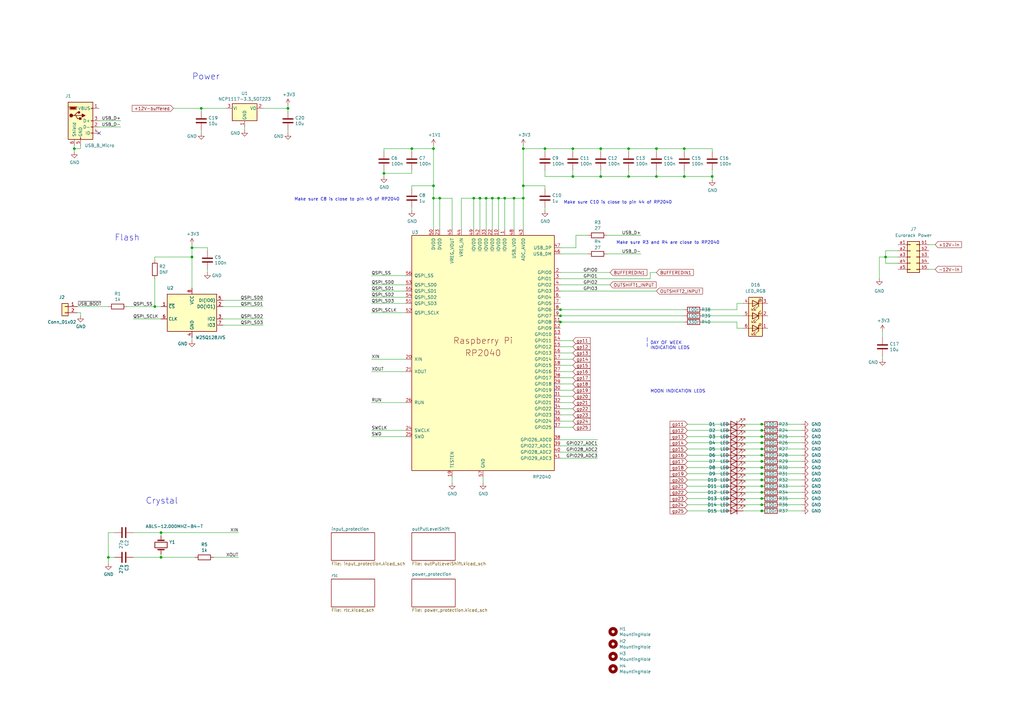
<source format=kicad_sch>
(kicad_sch (version 20211123) (generator eeschema)
  (paper "A3")
  (title_block (title "RP2040 Minimal Design Example") (date "2020-12-18") (rev "REV1") (company "Raspberry Pi (Trading) Ltd"))
  (junction (at 196.85 81.28))
  (junction (at 66.04 218.44))
  (junction (at 246.38 72.39))
  (junction (at 229.87 127))
  (junction (at 201.93 81.28))
  (junction (at 214.63 76.2))
  (junction (at 292.1 72.39))
  (junction (at 207.01 81.28))
  (junction (at 312.42 207.01))
  (junction (at 157.48 71.12))
  (junction (at 312.42 204.47))
  (junction (at 312.42 176.53))
  (junction (at 269.24 60.96))
  (junction (at 312.42 209.55))
  (junction (at 66.04 228.6))
  (junction (at 82.55 44.45))
  (junction (at 280.67 72.39))
  (junction (at 257.81 60.96))
  (junction (at 78.74 101.6))
  (junction (at 180.34 81.28))
  (junction (at 312.42 181.61))
  (junction (at 204.47 81.28))
  (junction (at 312.42 194.31))
  (junction (at 168.91 60.96))
  (junction (at 312.42 201.93))
  (junction (at 246.38 60.96))
  (junction (at 78.74 105.41))
  (junction (at 44.45 228.6))
  (junction (at 194.31 81.28))
  (junction (at 214.63 81.28))
  (junction (at 312.42 199.39))
  (junction (at 234.95 60.96))
  (junction (at 312.42 189.23))
  (junction (at 312.42 196.85))
  (junction (at 312.42 184.15))
  (junction (at 177.8 81.28))
  (junction (at 177.8 76.2))
  (junction (at 118.11 44.45))
  (junction (at 312.42 179.07))
  (junction (at 199.39 81.28))
  (junction (at 363.22 105.41))
  (junction (at 229.87 129.54))
  (junction (at 257.81 72.39))
  (junction (at 214.63 60.96))
  (junction (at 229.87 132.08))
  (junction (at 312.42 191.77))
  (junction (at 312.42 186.69))
  (junction (at 210.82 81.28))
  (junction (at 234.95 72.39))
  (junction (at 223.52 60.96))
  (junction (at 177.8 60.96))
  (junction (at 269.24 72.39))
  (junction (at 312.42 173.99))
  (junction (at 63.5 125.73))
  (junction (at 280.67 60.96))
  (junction (at 30.48 60.96))
  (no_connect (at 40.64 54.61))
  (polyline (pts (xy 227.33 176.53) (xy 227.33 156.21)))
  (wire (pts (xy 320.04 209.55) (xy 328.93 209.55)))
  (wire (pts (xy 361.95 135.89) (xy 361.95 138.43)))
  (wire (pts (xy 363.22 107.95) (xy 363.22 105.41)))
  (wire (pts (xy 54.61 130.81) (xy 66.04 130.81)))
  (wire (pts (xy 312.42 191.77) (xy 313.69 191.77)))
  (wire (pts (xy 198.12 195.58) (xy 198.12 198.12)))
  (wire (pts (xy 189.23 81.28) (xy 194.31 81.28)))
  (wire (pts (xy 304.8 179.07) (xy 312.42 179.07)))
  (wire (pts (xy 234.95 172.72) (xy 229.87 172.72)))
  (wire (pts (xy 304.8 201.93) (xy 312.42 201.93)))
  (wire (pts (xy 157.48 60.96) (xy 168.91 60.96)))
  (wire (pts (xy 234.95 142.24) (xy 229.87 142.24)))
  (wire (pts (xy 168.91 71.12) (xy 168.91 69.85)))
  (wire (pts (xy 304.8 196.85) (xy 312.42 196.85)))
  (wire (pts (xy 44.45 125.73) (xy 31.75 125.73)))
  (wire (pts (xy 234.95 62.23) (xy 234.95 60.96)))
  (wire (pts (xy 304.8 181.61) (xy 312.42 181.61)))
  (wire (pts (xy 33.02 60.96) (xy 30.48 60.96)))
  (wire (pts (xy 194.31 93.98) (xy 194.31 81.28)))
  (wire (pts (xy 44.45 228.6) (xy 44.45 231.14)))
  (wire (pts (xy 63.5 106.68) (xy 63.5 105.41)))
  (wire (pts (xy 85.09 110.49) (xy 85.09 111.76)))
  (wire (pts (xy 320.04 194.31) (xy 328.93 194.31)))
  (wire (pts (xy 157.48 62.23) (xy 157.48 60.96)))
  (wire (pts (xy 207.01 81.28) (xy 207.01 93.98)))
  (wire (pts (xy 312.42 179.07) (xy 313.69 179.07)))
  (wire (pts (xy 280.67 72.39) (xy 269.24 72.39)))
  (wire (pts (xy 33.02 128.27) (xy 33.02 129.54)))
  (wire (pts (xy 248.92 96.52) (xy 262.89 96.52)))
  (wire (pts (xy 78.74 101.6) (xy 78.74 105.41)))
  (wire (pts (xy 180.34 93.98) (xy 180.34 81.28)))
  (wire (pts (xy 313.69 184.15) (xy 312.42 184.15)))
  (wire (pts (xy 31.75 128.27) (xy 33.02 128.27)))
  (wire (pts (xy 257.81 72.39) (xy 246.38 72.39)))
  (wire (pts (xy 312.42 194.31) (xy 313.69 194.31)))
  (wire (pts (xy 234.95 175.26) (xy 229.87 175.26)))
  (wire (pts (xy 320.04 186.69) (xy 328.93 186.69)))
  (wire (pts (xy 320.04 176.53) (xy 328.93 176.53)))
  (wire (pts (xy 281.94 209.55) (xy 297.18 209.55)))
  (wire (pts (xy 30.48 60.96) (xy 30.48 62.23)))
  (wire (pts (xy 177.8 60.96) (xy 177.8 76.2)))
  (wire (pts (xy 196.85 93.98) (xy 196.85 81.28)))
  (wire (pts (xy 214.63 81.28) (xy 214.63 93.98)))
  (wire (pts (xy 246.38 69.85) (xy 246.38 72.39)))
  (wire (pts (xy 281.94 196.85) (xy 297.18 196.85)))
  (wire (pts (xy 180.34 81.28) (xy 177.8 81.28)))
  (wire (pts (xy 229.87 119.38) (xy 269.24 119.38)))
  (wire (pts (xy 320.04 191.77) (xy 328.93 191.77)))
  (wire (pts (xy 229.87 127) (xy 280.67 127)))
  (wire (pts (xy 118.11 44.45) (xy 118.11 43.18)))
  (wire (pts (xy 63.5 114.3) (xy 63.5 125.73)))
  (wire (pts (xy 196.85 81.28) (xy 199.39 81.28)))
  (wire (pts (xy 194.31 81.28) (xy 196.85 81.28)))
  (wire (pts (xy 214.63 59.69) (xy 214.63 60.96)))
  (wire (pts (xy 246.38 60.96) (xy 257.81 60.96)))
  (wire (pts (xy 168.91 60.96) (xy 177.8 60.96)))
  (wire (pts (xy 269.24 62.23) (xy 269.24 60.96)))
  (wire (pts (xy 228.6 127) (xy 229.87 127)))
  (wire (pts (xy 257.81 69.85) (xy 257.81 72.39)))
  (wire (pts (xy 234.95 157.48) (xy 229.87 157.48)))
  (wire (pts (xy 177.8 76.2) (xy 177.8 81.28)))
  (wire (pts (xy 269.24 60.96) (xy 280.67 60.96)))
  (wire (pts (xy 304.8 186.69) (xy 312.42 186.69)))
  (wire (pts (xy 312.42 173.99) (xy 313.69 173.99)))
  (wire (pts (xy 229.87 101.6) (xy 236.22 101.6)))
  (wire (pts (xy 234.95 72.39) (xy 223.52 72.39)))
  (wire (pts (xy 281.94 173.99) (xy 297.18 173.99)))
  (wire (pts (xy 302.26 132.08) (xy 302.26 134.62)))
  (wire (pts (xy 33.02 59.69) (xy 33.02 60.96)))
  (wire (pts (xy 292.1 72.39) (xy 292.1 73.66)))
  (wire (pts (xy 166.37 152.4) (xy 152.4 152.4)))
  (wire (pts (xy 229.87 114.3) (xy 266.7 114.3)))
  (wire (pts (xy 363.22 105.41) (xy 368.3 105.41)))
  (wire (pts (xy 168.91 62.23) (xy 168.91 60.96)))
  (wire (pts (xy 229.87 182.88) (xy 245.11 182.88)))
  (wire (pts (xy 66.04 228.6) (xy 80.01 228.6)))
  (wire (pts (xy 229.87 187.96) (xy 245.11 187.96)))
  (wire (pts (xy 234.95 152.4) (xy 229.87 152.4)))
  (wire (pts (xy 152.4 147.32) (xy 166.37 147.32)))
  (wire (pts (xy 214.63 60.96) (xy 223.52 60.96)))
  (wire (pts (xy 44.45 218.44) (xy 44.45 228.6)))
  (wire (pts (xy 46.99 218.44) (xy 44.45 218.44)))
  (wire (pts (xy 304.8 207.01) (xy 312.42 207.01)))
  (wire (pts (xy 82.55 53.34) (xy 82.55 54.61)))
  (wire (pts (xy 168.91 77.47) (xy 168.91 76.2)))
  (wire (pts (xy 304.8 209.55) (xy 312.42 209.55)))
  (wire (pts (xy 312.42 201.93) (xy 313.69 201.93)))
  (wire (pts (xy 281.94 176.53) (xy 297.18 176.53)))
  (wire (pts (xy 223.52 60.96) (xy 234.95 60.96)))
  (wire (pts (xy 236.22 96.52) (xy 236.22 101.6)))
  (wire (pts (xy 257.81 60.96) (xy 269.24 60.96)))
  (wire (pts (xy 304.8 184.15) (xy 312.42 184.15)))
  (wire (pts (xy 234.95 165.1) (xy 229.87 165.1)))
  (wire (pts (xy 185.42 81.28) (xy 180.34 81.28)))
  (wire (pts (xy 166.37 113.03) (xy 152.4 113.03)))
  (wire (pts (xy 223.52 77.47) (xy 223.52 76.2)))
  (wire (pts (xy 288.29 129.54) (xy 304.8 129.54)))
  (wire (pts (xy 320.04 184.15) (xy 328.93 184.15)))
  (wire (pts (xy 280.67 72.39) (xy 292.1 72.39)))
  (wire (pts (xy 269.24 72.39) (xy 257.81 72.39)))
  (wire (pts (xy 234.95 170.18) (xy 229.87 170.18)))
  (wire (pts (xy 266.7 111.76) (xy 266.7 114.3)))
  (wire (pts (xy 223.52 62.23) (xy 223.52 60.96)))
  (wire (pts (xy 304.8 189.23) (xy 312.42 189.23)))
  (wire (pts (xy 199.39 81.28) (xy 201.93 81.28)))
  (wire (pts (xy 234.95 139.7) (xy 229.87 139.7)))
  (wire (pts (xy 223.52 85.09) (xy 223.52 86.36)))
  (wire (pts (xy 236.22 96.52) (xy 241.3 96.52)))
  (wire (pts (xy 281.94 201.93) (xy 297.18 201.93)))
  (wire (pts (xy 201.93 81.28) (xy 204.47 81.28)))
  (wire (pts (xy 152.4 119.38) (xy 166.37 119.38)))
  (wire (pts (xy 292.1 62.23) (xy 292.1 60.96)))
  (wire (pts (xy 166.37 176.53) (xy 152.4 176.53)))
  (wire (pts (xy 207.01 81.28) (xy 210.82 81.28)))
  (wire (pts (xy 257.81 62.23) (xy 257.81 60.96)))
  (wire (pts (xy 229.87 185.42) (xy 245.11 185.42)))
  (wire (pts (xy 312.42 189.23) (xy 313.69 189.23)))
  (wire (pts (xy 234.95 69.85) (xy 234.95 72.39)))
  (wire (pts (xy 234.95 162.56) (xy 229.87 162.56)))
  (wire (pts (xy 229.87 129.54) (xy 280.67 129.54)))
  (wire (pts (xy 185.42 93.98) (xy 185.42 81.28)))
  (wire (pts (xy 85.09 101.6) (xy 78.74 101.6)))
  (wire (pts (xy 363.22 102.87) (xy 368.3 102.87)))
  (wire (pts (xy 304.8 176.53) (xy 312.42 176.53)))
  (wire (pts (xy 168.91 85.09) (xy 168.91 86.36)))
  (wire (pts (xy 177.8 59.69) (xy 177.8 60.96)))
  (wire (pts (xy 312.42 181.61) (xy 313.69 181.61)))
  (wire (pts (xy 40.64 49.53) (xy 49.53 49.53)))
  (wire (pts (xy 91.44 123.19) (xy 107.95 123.19)))
  (wire (pts (xy 157.48 71.12) (xy 168.91 71.12)))
  (wire (pts (xy 152.4 121.92) (xy 166.37 121.92)))
  (wire (pts (xy 66.04 219.71) (xy 66.04 218.44)))
  (wire (pts (xy 288.29 132.08) (xy 302.26 132.08)))
  (wire (pts (xy 210.82 93.98) (xy 210.82 81.28)))
  (wire (pts (xy 91.44 125.73) (xy 107.95 125.73)))
  (wire (pts (xy 229.87 111.76) (xy 250.19 111.76)))
  (wire (pts (xy 152.4 124.46) (xy 166.37 124.46)))
  (wire (pts (xy 234.95 160.02) (xy 229.87 160.02)))
  (wire (pts (xy 304.8 134.62) (xy 302.26 134.62)))
  (wire (pts (xy 82.55 44.45) (xy 92.71 44.45)))
  (wire (pts (xy 40.64 52.07) (xy 49.53 52.07)))
  (wire (pts (xy 281.94 186.69) (xy 297.18 186.69)))
  (wire (pts (xy 91.44 133.35) (xy 107.95 133.35)))
  (wire (pts (xy 100.33 52.07) (xy 100.33 53.34)))
  (wire (pts (xy 229.87 104.14) (xy 241.3 104.14)))
  (wire (pts (xy 360.68 105.41) (xy 360.68 114.3)))
  (wire (pts (xy 304.8 191.77) (xy 312.42 191.77)))
  (wire (pts (xy 304.8 194.31) (xy 312.42 194.31)))
  (wire (pts (xy 228.6 132.08) (xy 229.87 132.08)))
  (wire (pts (xy 302.26 124.46) (xy 302.26 127)))
  (wire (pts (xy 228.6 129.54) (xy 229.87 129.54)))
  (wire (pts (xy 361.95 146.05) (xy 361.95 147.32)))
  (wire (pts (xy 280.67 69.85) (xy 280.67 72.39)))
  (wire (pts (xy 107.95 44.45) (xy 118.11 44.45)))
  (wire (pts (xy 246.38 62.23) (xy 246.38 60.96)))
  (wire (pts (xy 166.37 165.1) (xy 152.4 165.1)))
  (wire (pts (xy 204.47 81.28) (xy 207.01 81.28)))
  (wire (pts (xy 234.95 144.78) (xy 229.87 144.78)))
  (wire (pts (xy 363.22 107.95) (xy 368.3 107.95)))
  (wire (pts (xy 281.94 179.07) (xy 297.18 179.07)))
  (wire (pts (xy 280.67 62.23) (xy 280.67 60.96)))
  (wire (pts (xy 292.1 69.85) (xy 292.1 72.39)))
  (wire (pts (xy 168.91 76.2) (xy 177.8 76.2)))
  (wire (pts (xy 118.11 45.72) (xy 118.11 44.45)))
  (wire (pts (xy 210.82 81.28) (xy 214.63 81.28)))
  (wire (pts (xy 46.99 228.6) (xy 44.45 228.6)))
  (wire (pts (xy 54.61 228.6) (xy 66.04 228.6)))
  (wire (pts (xy 383.54 110.49) (xy 381 110.49)))
  (wire (pts (xy 91.44 130.81) (xy 107.95 130.81)))
  (wire (pts (xy 82.55 45.72) (xy 82.55 44.45)))
  (wire (pts (xy 214.63 76.2) (xy 214.63 81.28)))
  (wire (pts (xy 304.8 124.46) (xy 302.26 124.46)))
  (wire (pts (xy 363.22 105.41) (xy 360.68 105.41)))
  (wire (pts (xy 281.94 191.77) (xy 297.18 191.77)))
  (wire (pts (xy 78.74 100.33) (xy 78.74 101.6)))
  (wire (pts (xy 320.04 181.61) (xy 328.93 181.61)))
  (wire (pts (xy 52.07 125.73) (xy 63.5 125.73)))
  (wire (pts (xy 78.74 138.43) (xy 78.74 139.7)))
  (wire (pts (xy 281.94 194.31) (xy 297.18 194.31)))
  (wire (pts (xy 320.04 204.47) (xy 328.93 204.47)))
  (wire (pts (xy 185.42 195.58) (xy 185.42 198.12)))
  (wire (pts (xy 320.04 179.07) (xy 328.93 179.07)))
  (wire (pts (xy 304.8 173.99) (xy 312.42 173.99)))
  (wire (pts (xy 269.24 111.76) (xy 266.7 111.76)))
  (wire (pts (xy 320.04 189.23) (xy 328.93 189.23)))
  (wire (pts (xy 201.93 93.98) (xy 201.93 81.28)))
  (wire (pts (xy 320.04 196.85) (xy 328.93 196.85)))
  (wire (pts (xy 189.23 93.98) (xy 189.23 81.28)))
  (wire (pts (xy 281.94 189.23) (xy 297.18 189.23)))
  (wire (pts (xy 304.8 204.47) (xy 312.42 204.47)))
  (wire (pts (xy 85.09 102.87) (xy 85.09 101.6)))
  (wire (pts (xy 234.95 154.94) (xy 229.87 154.94)))
  (wire (pts (xy 248.92 104.14) (xy 262.89 104.14)))
  (wire (pts (xy 312.42 207.01) (xy 313.69 207.01)))
  (wire (pts (xy 313.69 204.47) (xy 312.42 204.47)))
  (wire (pts (xy 363.22 105.41) (xy 363.22 102.87)))
  (wire (pts (xy 234.95 167.64) (xy 229.87 167.64)))
  (wire (pts (xy 383.54 100.33) (xy 381 100.33)))
  (wire (pts (xy 66.04 227.33) (xy 66.04 228.6)))
  (wire (pts (xy 234.95 60.96) (xy 246.38 60.96)))
  (wire (pts (xy 199.39 93.98) (xy 199.39 81.28)))
  (wire (pts (xy 157.48 69.85) (xy 157.48 71.12)))
  (wire (pts (xy 157.48 71.12) (xy 157.48 72.39)))
  (wire (pts (xy 118.11 53.34) (xy 118.11 54.61)))
  (wire (pts (xy 281.94 184.15) (xy 297.18 184.15)))
  (wire (pts (xy 280.67 60.96) (xy 292.1 60.96)))
  (wire (pts (xy 30.48 59.69) (xy 30.48 60.96)))
  (wire (pts (xy 204.47 93.98) (xy 204.47 81.28)))
  (wire (pts (xy 229.87 132.08) (xy 280.67 132.08)))
  (wire (pts (xy 63.5 105.41) (xy 78.74 105.41)))
  (wire (pts (xy 246.38 72.39) (xy 234.95 72.39)))
  (wire (pts (xy 281.94 204.47) (xy 297.18 204.47)))
  (wire (pts (xy 78.74 105.41) (xy 78.74 118.11)))
  (polyline (pts (xy 265.43 138.43) (xy 265.43 142.24)))
  (wire (pts (xy 312.42 186.69) (xy 313.69 186.69)))
  (wire (pts (xy 229.87 116.84) (xy 250.19 116.84)))
  (wire (pts (xy 320.04 207.01) (xy 328.93 207.01)))
  (wire (pts (xy 229.87 180.34) (xy 245.11 180.34)))
  (wire (pts (xy 281.94 181.61) (xy 297.18 181.61)))
  (wire (pts (xy 269.24 69.85) (xy 269.24 72.39)))
  (wire (pts (xy 54.61 218.44) (xy 66.04 218.44)))
  (wire (pts (xy 320.04 201.93) (xy 328.93 201.93)))
  (wire (pts (xy 177.8 81.28) (xy 177.8 93.98)))
  (wire (pts (xy 71.12 44.45) (xy 82.55 44.45)))
  (wire (pts (xy 281.94 207.01) (xy 297.18 207.01)))
  (wire (pts (xy 320.04 199.39) (xy 328.93 199.39)))
  (wire (pts (xy 223.52 69.85) (xy 223.52 72.39)))
  (wire (pts (xy 288.29 127) (xy 302.26 127)))
  (wire (pts (xy 320.04 173.99) (xy 328.93 173.99)))
  (wire (pts (xy 66.04 218.44) (xy 97.79 218.44)))
  (wire (pts (xy 281.94 199.39) (xy 297.18 199.39)))
  (wire (pts (xy 87.63 228.6) (xy 97.79 228.6)))
  (wire (pts (xy 312.42 199.39) (xy 313.69 199.39)))
  (wire (pts (xy 312.42 196.85) (xy 313.69 196.85)))
  (wire (pts (xy 166.37 179.07) (xy 152.4 179.07)))
  (wire (pts (xy 166.37 128.27) (xy 152.4 128.27)))
  (wire (pts (xy 313.69 176.53) (xy 312.42 176.53)))
  (wire (pts (xy 214.63 60.96) (xy 214.63 76.2)))
  (wire (pts (xy 152.4 116.84) (xy 166.37 116.84)))
  (wire (pts (xy 304.8 199.39) (xy 312.42 199.39)))
  (wire (pts (xy 214.63 76.2) (xy 223.52 76.2)))
  (wire (pts (xy 313.69 209.55) (xy 312.42 209.55)))
  (wire (pts (xy 234.95 147.32) (xy 229.87 147.32)))
  (wire (pts (xy 63.5 125.73) (xy 66.04 125.73)))
  (wire (pts (xy 234.95 149.86) (xy 229.87 149.86)))
  (text "Power" (at 78.74 33.02 0) (effects (font (size 2.54 2.54)) (justify left bottom)))
  (text "Flash" (at 46.99 99.06 0) (effects (font (size 2.54 2.54)) (justify left bottom)))
  (text "Crystal" (at 59.69 207.01 0) (effects (font (size 2.54 2.54)) (justify left bottom)))
  (text "MOON INDICATION LEDS\n" (at 266.7 161.29 0) (effects (font (size 1.27 1.27)) (justify left bottom)))
  (text "Make sure R3 and R4 are close to RP2040" (at 252.73 100.33 0) (effects (font (size 1.27 1.27)) (justify left bottom)))
  (text "Make sure C8 is close to pin 45 of RP2040" (at 120.65 82.55 0) (effects (font (size 1.27 1.27)) (justify left bottom)))
  (text "DAY OF WEEK \nINDICATION LEDS\n" (at 266.7 143.51 0) (effects (font (size 1.27 1.27)) (justify left bottom)))
  (text "Make sure C10 is close to pin 44 of RP2040" (at 231.14 83.82 0) (effects (font (size 1.27 1.27)) (justify left bottom)))
  (label "QSPI_SD0" (at 107.95 123.19 180))
  (label "USB_D-" (at 49.53 52.07 180))
  (label "GPIO29_ADC3" (at 245.11 187.96 180))
  (label "QSPI_SD3" (at 152.4 124.46 0))
  (label "USB_D+" (at 262.89 96.52 180))
  (label "GPIO3" (at 245.11 119.38 180))
  (label "USB_D-" (at 262.89 104.14 180))
  (label "QSPI_SD1" (at 152.4 119.38 0))
  (label "QSPI_SCLK" (at 152.4 128.27 0))
  (label "GPIO28_ADC2" (at 245.11 185.42 180))
  (label "USB_D+" (at 49.53 49.53 180))
  (label "QSPI_SD2" (at 152.4 121.92 0))
  (label "QSPI_SCLK" (at 54.61 130.81 0))
  (label "GPIO2" (at 245.11 116.84 180))
  (label "XOUT" (at 152.4 152.4 0))
  (label "QSPI_SD2" (at 107.95 130.81 180))
  (label "SWCLK" (at 152.4 176.53 0))
  (label "QSPI_SD3" (at 107.95 133.35 180))
  (label "QSPI_SS" (at 54.61 125.73 0))
  (label "XOUT" (at 97.79 228.6 180))
  (label "GPIO0" (at 245.11 111.76 180))
  (label "GPIO1" (at 245.11 114.3 180))
  (label "GPIO27_ADC1" (at 245.11 182.88 180))
  (label "~{USB_BOOT}" (at 31.75 125.73 0))
  (label "XIN" (at 97.79 218.44 180))
  (label "SWD" (at 152.4 179.07 0))
  (label "QSPI_SD1" (at 107.95 125.73 180))
  (label "XIN" (at 152.4 147.32 0))
  (label "QSPI_SS" (at 152.4 113.03 0))
  (label "QSPI_SD0" (at 152.4 116.84 0))
  (label "RUN" (at 152.4 165.1 0))
  (global_label "gp11" (shape input) (at 281.94 173.99 180) (property "Intersheet References" "${INTERSHEET_REFS}" (effects hide)))
  (global_label "+12V-buffered" (shape input) (at 71.12 44.45 180) (property "Intersheet References" "${INTERSHEET_REFS}" (effects hide)))
  (global_label "OUTSHIFT2_INPUT" (shape input) (at 269.24 119.38 0) (property "Intersheet References" "${INTERSHEET_REFS}" (effects hide)))
  (global_label "gp23" (shape input) (at 281.94 204.47 180) (property "Intersheet References" "${INTERSHEET_REFS}" (effects hide)))
  (global_label "gp22" (shape input) (at 234.95 167.64 0) (property "Intersheet References" "${INTERSHEET_REFS}" (effects hide)))
  (global_label "gp15" (shape input) (at 281.94 184.15 180) (property "Intersheet References" "${INTERSHEET_REFS}" (effects hide)))
  (global_label "gp18" (shape input) (at 281.94 191.77 180) (property "Intersheet References" "${INTERSHEET_REFS}" (effects hide)))
  (global_label "gp18" (shape input) (at 234.95 157.48 0) (property "Intersheet References" "${INTERSHEET_REFS}" (effects hide)))
  (global_label "gp17" (shape input) (at 234.95 154.94 0) (property "Intersheet References" "${INTERSHEET_REFS}" (effects hide)))
  (global_label "BUFFEREDIN1" (shape input) (at 269.24 111.76 0) (property "Intersheet References" "${INTERSHEET_REFS}" (effects hide)))
  (global_label "gp14" (shape input) (at 234.95 147.32 0) (property "Intersheet References" "${INTERSHEET_REFS}" (effects hide)))
  (global_label "gp24" (shape input) (at 234.95 172.72 0) (property "Intersheet References" "${INTERSHEET_REFS}" (effects hide)))
  (global_label "gp25" (shape input) (at 281.94 209.55 180) (property "Intersheet References" "${INTERSHEET_REFS}" (effects hide)))
  (global_label "gp19" (shape input) (at 234.95 160.02 0) (property "Intersheet References" "${INTERSHEET_REFS}" (effects hide)))
  (global_label "gp25" (shape input) (at 234.95 175.26 0) (property "Intersheet References" "${INTERSHEET_REFS}" (effects hide)))
  (global_label "-12V-in" (shape input) (at 383.54 110.49 0) (property "Intersheet References" "${INTERSHEET_REFS}" (effects hide)))
  (global_label "gp21" (shape input) (at 234.95 165.1 0) (property "Intersheet References" "${INTERSHEET_REFS}" (effects hide)))
  (global_label "gp21" (shape input) (at 281.94 199.39 180) (property "Intersheet References" "${INTERSHEET_REFS}" (effects hide)))
  (global_label "+12V-in" (shape input) (at 383.54 100.33 0) (property "Intersheet References" "${INTERSHEET_REFS}" (effects hide)))
  (global_label "OUTSHIFT1_INPUT" (shape input) (at 250.19 116.84 0) (property "Intersheet References" "${INTERSHEET_REFS}" (effects hide)))
  (global_label "gp13" (shape input) (at 234.95 144.78 0) (property "Intersheet References" "${INTERSHEET_REFS}" (effects hide)))
  (global_label "gp16" (shape input) (at 281.94 186.69 180) (property "Intersheet References" "${INTERSHEET_REFS}" (effects hide)))
  (global_label "gp12" (shape input) (at 234.95 142.24 0) (property "Intersheet References" "${INTERSHEET_REFS}" (effects hide)))
  (global_label "gp20" (shape input) (at 281.94 196.85 180) (property "Intersheet References" "${INTERSHEET_REFS}" (effects hide)))
  (global_label "BUFFEREDIN1" (shape input) (at 250.19 111.76 0) (property "Intersheet References" "${INTERSHEET_REFS}" (effects hide)))
  (global_label "gp22" (shape input) (at 281.94 201.93 180) (property "Intersheet References" "${INTERSHEET_REFS}" (effects hide)))
  (global_label "gp13" (shape input) (at 281.94 179.07 180) (property "Intersheet References" "${INTERSHEET_REFS}" (effects hide)))
  (global_label "gp14" (shape input) (at 281.94 181.61 180) (property "Intersheet References" "${INTERSHEET_REFS}" (effects hide)))
  (global_label "gp11" (shape input) (at 234.95 139.7 0) (property "Intersheet References" "${INTERSHEET_REFS}" (effects hide)))
  (global_label "gp16" (shape input) (at 234.95 152.4 0) (property "Intersheet References" "${INTERSHEET_REFS}" (effects hide)))
  (global_label "gp23" (shape input) (at 234.95 170.18 0) (property "Intersheet References" "${INTERSHEET_REFS}" (effects hide)))
  (global_label "gp17" (shape input) (at 281.94 189.23 180) (property "Intersheet References" "${INTERSHEET_REFS}" (effects hide)))
  (global_label "gp15" (shape input) (at 234.95 149.86 0) (property "Intersheet References" "${INTERSHEET_REFS}" (effects hide)))
  (global_label "gp12" (shape input) (at 281.94 176.53 180) (property "Intersheet References" "${INTERSHEET_REFS}" (effects hide)))
  (global_label "gp24" (shape input) (at 281.94 207.01 180) (property "Intersheet References" "${INTERSHEET_REFS}" (effects hide)))
  (global_label "gp19" (shape input) (at 281.94 194.31 180) (property "Intersheet References" "${INTERSHEET_REFS}" (effects hide)))
  (global_label "gp20" (shape input) (at 234.95 162.56 0) (property "Intersheet References" "${INTERSHEET_REFS}" (effects hide)))
  (symbol (lib_id "MCU_RaspberryPi_RP2040:RP2040") (at 198.12 144.78 0) (unit 1)
    (property "Reference" "U3" (at 170.18 95.25 0))
    (property "Value" "RP2040" (at 222.25 195.58 0))
    (property "Footprint" "RP2040_minimal:RP2040-QFN-56" (effects hide))
  )
  (symbol (lib_id "Device:C") (at 50.8 218.44 270) (unit 1)
    (property "Reference" "C2" (at 51.9684 221.361 0) (effects (justify left)))
    (property "Value" "27p" (at 49.657 221.361 0) (effects (justify left)))
    (property "Footprint" "Capacitor_SMD:C_0402_1005Metric" (effects hide))
  )
  (symbol (lib_id "Device:C") (at 50.8 228.6 270) (unit 1)
    (property "Reference" "C3" (at 51.9684 231.521 0) (effects (justify left)))
    (property "Value" "27p" (at 49.657 231.521 0) (effects (justify left)))
    (property "Footprint" "Capacitor_SMD:C_0402_1005Metric" (effects hide))
  )
  (symbol (lib_id "power:GND") (at 44.45 231.14 0) (unit 1)
    (property "Reference" "#PWR06" (effects hide))
    (property "Value" "GND" (at 44.577 235.5342 0))
  )
  (symbol (lib_id "Memory_Flash:W25Q128JVS") (at 78.74 128.27 0) (unit 1)
    (property "Reference" "U2" (at 69.85 118.11 0))
    (property "Value" "W25Q128JVS" (at 86.36 138.43 0))
    (property "Footprint" "Package_SO:SOIC-8_5.23x5.23mm_P1.27mm" (effects hide))
    (property "Datasheet" "http://www.winbond.com/resource-files/w25q128jv_dtr%20revc%2003272018%20plus.pdf" (effects hide))
  )
  (symbol (lib_id "power:+3V3") (at 78.74 100.33 0) (unit 1)
    (property "Reference" "#PWR07" (effects hide))
    (property "Value" "+3V3" (at 79.121 95.9358 0))
  )
  (symbol (lib_id "power:GND") (at 78.74 139.7 0) (unit 1)
    (property "Reference" "#PWR08" (effects hide))
    (property "Value" "GND" (at 74.93 140.97 0))
  )
  (symbol (lib_id "Device:R") (at 63.5 110.49 0) (unit 1)
    (property "Reference" "R2" (at 65.278 109.3216 0) (effects (justify left)))
    (property "Value" "DNF" (at 65.278 111.633 0) (effects (justify left)))
    (property "Footprint" "Capacitor_SMD:C_0402_1005Metric" (effects hide))
  )
  (symbol (lib_id "Device:R") (at 48.26 125.73 270) (unit 1)
    (property "Reference" "R1" (at 48.26 120.4722 90))
    (property "Value" "1k" (at 48.26 122.7836 90))
    (property "Footprint" "Capacitor_SMD:C_0402_1005Metric" (effects hide))
  )
  (symbol (lib_id "Device:C") (at 85.09 106.68 0) (unit 1)
    (property "Reference" "C5" (at 88.011 105.5116 0) (effects (justify left)))
    (property "Value" "100n" (at 88.011 107.823 0) (effects (justify left)))
    (property "Footprint" "Capacitor_SMD:C_0402_1005Metric" (effects hide))
  )
  (symbol (lib_id "power:GND") (at 85.09 111.76 0) (unit 1)
    (property "Reference" "#PWR011" (effects hide))
    (property "Value" "GND" (at 88.9 113.03 0))
  )
  (symbol (lib_id "RP2040_minimal-rescue:USB_B_Micro-Connector") (at 33.02 49.53 0) (unit 1)
    (property "Reference" "J1" (at 29.21 39.37 0) (effects (justify right)))
    (property "Value" "USB_B_Micro" (at 46.99 59.69 0) (effects (justify right)))
    (property "Footprint" "RP2040_minimal:USB_Micro-B_Amphenol_10103594-0001LF_Horizontal_modified" (effects hide))
  )
  (symbol (lib_id "power:GND") (at 198.12 198.12 0) (unit 1)
    (property "Reference" "#PWR016" (effects hide))
    (property "Value" "GND" (at 198.247 202.5142 0))
  )
  (symbol (lib_id "power:GND") (at 185.42 198.12 0) (unit 1)
    (property "Reference" "#PWR015" (effects hide))
    (property "Value" "GND" (at 185.547 202.5142 0))
  )
  (symbol (lib_id "Device:R") (at 245.11 96.52 270) (unit 1)
    (property "Reference" "R3" (at 245.11 91.2622 90))
    (property "Value" "27" (at 245.11 93.5736 90))
    (property "Footprint" "Capacitor_SMD:C_0402_1005Metric" (effects hide))
  )
  (symbol (lib_id "Device:R") (at 245.11 104.14 270) (unit 1)
    (property "Reference" "R4" (at 245.11 99.06 90))
    (property "Value" "27" (at 245.11 101.6 90))
    (property "Footprint" "Capacitor_SMD:C_0402_1005Metric" (effects hide))
  )
  (symbol (lib_id "power:GND") (at 30.48 62.23 0) (unit 1)
    (property "Reference" "#PWR01" (effects hide))
    (property "Value" "GND" (at 30.607 66.6242 0))
  )
  (symbol (lib_id "power:+3V3") (at 214.63 59.69 0) (unit 1)
    (property "Reference" "#PWR017" (effects hide))
    (property "Value" "+3V3" (at 215.011 55.2958 0))
  )
  (symbol (lib_id "power:+1V1") (at 177.8 59.69 0) (unit 1)
    (property "Reference" "#PWR014" (effects hide))
    (property "Value" "+1V1" (at 178.181 55.2958 0))
  )
  (symbol (lib_id "Device:C") (at 223.52 66.04 0) (unit 1)
    (property "Reference" "C9" (at 226.441 64.8716 0) (effects (justify left)))
    (property "Value" "100n" (at 226.441 67.183 0) (effects (justify left)))
    (property "Footprint" "Capacitor_SMD:C_0402_1005Metric" (effects hide))
  )
  (symbol (lib_id "Device:C") (at 234.95 66.04 0) (unit 1)
    (property "Reference" "C11" (at 237.871 64.8716 0) (effects (justify left)))
    (property "Value" "100n" (at 237.871 67.183 0) (effects (justify left)))
    (property "Footprint" "Capacitor_SMD:C_0402_1005Metric" (effects hide))
  )
  (symbol (lib_id "Device:C") (at 246.38 66.04 0) (unit 1)
    (property "Reference" "C12" (at 249.301 64.8716 0) (effects (justify left)))
    (property "Value" "100n" (at 249.301 67.183 0) (effects (justify left)))
    (property "Footprint" "Capacitor_SMD:C_0402_1005Metric" (effects hide))
  )
  (symbol (lib_id "Device:C") (at 257.81 66.04 0) (unit 1)
    (property "Reference" "C13" (at 260.731 64.8716 0) (effects (justify left)))
    (property "Value" "100n" (at 260.731 67.183 0) (effects (justify left)))
    (property "Footprint" "Capacitor_SMD:C_0402_1005Metric" (effects hide))
  )
  (symbol (lib_id "Device:C") (at 269.24 66.04 0) (unit 1)
    (property "Reference" "C14" (at 272.161 64.8716 0) (effects (justify left)))
    (property "Value" "100n" (at 272.161 67.183 0) (effects (justify left)))
    (property "Footprint" "Capacitor_SMD:C_0402_1005Metric" (effects hide))
  )
  (symbol (lib_id "Device:C") (at 280.67 66.04 0) (unit 1)
    (property "Reference" "C15" (at 283.591 64.8716 0) (effects (justify left)))
    (property "Value" "100n" (at 283.591 67.183 0) (effects (justify left)))
    (property "Footprint" "Capacitor_SMD:C_0402_1005Metric" (effects hide))
  )
  (symbol (lib_id "Device:C") (at 292.1 66.04 0) (unit 1)
    (property "Reference" "C16" (at 295.021 64.8716 0) (effects (justify left)))
    (property "Value" "100n" (at 295.021 67.183 0) (effects (justify left)))
    (property "Footprint" "Capacitor_SMD:C_0402_1005Metric" (effects hide))
  )
  (symbol (lib_id "Device:C") (at 157.48 66.04 0) (unit 1)
    (property "Reference" "C6" (at 160.401 64.8716 0) (effects (justify left)))
    (property "Value" "100n" (at 160.401 67.183 0) (effects (justify left)))
    (property "Footprint" "Capacitor_SMD:C_0402_1005Metric" (effects hide))
  )
  (symbol (lib_id "Device:C") (at 168.91 66.04 0) (unit 1)
    (property "Reference" "C7" (at 171.831 64.8716 0) (effects (justify left)))
    (property "Value" "100n" (at 171.831 67.183 0) (effects (justify left)))
    (property "Footprint" "Capacitor_SMD:C_0402_1005Metric" (effects hide))
  )
  (symbol (lib_id "Device:C") (at 168.91 81.28 0) (unit 1)
    (property "Reference" "C8" (at 171.831 80.1116 0) (effects (justify left)))
    (property "Value" "1u" (at 171.831 82.423 0) (effects (justify left)))
    (property "Footprint" "Capacitor_SMD:C_0402_1005Metric" (effects hide))
  )
  (symbol (lib_id "Device:C") (at 223.52 81.28 0) (unit 1)
    (property "Reference" "C10" (at 226.441 80.1116 0) (effects (justify left)))
    (property "Value" "1u" (at 226.441 82.423 0) (effects (justify left)))
    (property "Footprint" "Capacitor_SMD:C_0402_1005Metric" (effects hide))
  )
  (symbol (lib_id "Mechanical:MountingHole") (at 251.46 259.08 0) (unit 1)
    (property "Reference" "H1" (at 254 257.9116 0) (effects (justify left)))
    (property "Value" "MountingHole" (at 254 260.223 0) (effects (justify left)))
    (property "Footprint" "MountingHole:MountingHole_2.7mm_M2.5" (effects hide))
  )
  (symbol (lib_id "Mechanical:MountingHole") (at 251.46 264.16 0) (unit 1)
    (property "Reference" "H2" (at 254 262.9916 0) (effects (justify left)))
    (property "Value" "MountingHole" (at 254 265.303 0) (effects (justify left)))
    (property "Footprint" "MountingHole:MountingHole_2.7mm_M2.5" (effects hide))
  )
  (symbol (lib_id "Mechanical:MountingHole") (at 251.46 269.24 0) (unit 1)
    (property "Reference" "H3" (at 254 268.0716 0) (effects (justify left)))
    (property "Value" "MountingHole" (at 254 270.383 0) (effects (justify left)))
    (property "Footprint" "MountingHole:MountingHole_2.7mm_M2.5" (effects hide))
  )
  (symbol (lib_id "Mechanical:MountingHole") (at 251.46 274.32 0) (unit 1)
    (property "Reference" "H4" (at 254 273.1516 0) (effects (justify left)))
    (property "Value" "MountingHole" (at 254 275.463 0) (effects (justify left)))
    (property "Footprint" "MountingHole:MountingHole_2.7mm_M2.5" (effects hide))
  )
  (symbol (lib_id "power:GND") (at 292.1 73.66 0) (unit 1)
    (property "Reference" "#PWR023" (effects hide))
    (property "Value" "GND" (at 292.227 78.0542 0))
  )
  (symbol (lib_id "power:GND") (at 157.48 72.39 0) (unit 1)
    (property "Reference" "#PWR012" (effects hide))
    (property "Value" "GND" (at 157.607 76.7842 0))
  )
  (symbol (lib_id "power:GND") (at 168.91 86.36 0) (unit 1)
    (property "Reference" "#PWR013" (effects hide))
    (property "Value" "GND" (at 169.037 90.7542 0))
  )
  (symbol (lib_id "power:GND") (at 223.52 86.36 0) (unit 1)
    (property "Reference" "#PWR018" (effects hide))
    (property "Value" "GND" (at 223.647 90.7542 0))
  )
  (symbol (lib_id "Regulator_Linear:NCP1117-3.3_SOT223") (at 100.33 44.45 0) (unit 1)
    (property "Reference" "U1" (at 100.33 38.3032 0))
    (property "Value" "NCP1117-3.3_SOT223" (at 100.33 40.6146 0))
    (property "Footprint" "Package_TO_SOT_SMD:SOT-223-3_TabPin2" (effects hide))
    (property "Datasheet" "http://www.onsemi.com/pub_link/Collateral/NCP1117-D.PDF" (effects hide))
  )
  (symbol (lib_id "power:GND") (at 100.33 53.34 0) (unit 1)
    (property "Reference" "#PWR05" (effects hide))
    (property "Value" "GND" (at 96.52 54.61 0))
  )
  (symbol (lib_id "power:+3V3") (at 118.11 43.18 0) (unit 1)
    (property "Reference" "#PWR09" (effects hide))
    (property "Value" "+3V3" (at 118.491 38.7858 0))
  )
  (symbol (lib_id "Device:C") (at 82.55 49.53 0) (unit 1)
    (property "Reference" "C19" (at 85.471 48.3616 0) (effects (justify left)))
    (property "Value" "10u" (at 85.471 50.673 0) (effects (justify left)))
    (property "Footprint" "Capacitor_SMD:C_0805_2012Metric" (effects hide))
  )
  (symbol (lib_id "Device:C") (at 118.11 49.53 0) (unit 1)
    (property "Reference" "C20" (at 121.031 48.3616 0) (effects (justify left)))
    (property "Value" "10u" (at 121.031 50.673 0) (effects (justify left)))
    (property "Footprint" "Capacitor_SMD:C_0805_2012Metric" (effects hide))
  )
  (symbol (lib_id "power:GND") (at 82.55 54.61 0) (unit 1)
    (property "Reference" "#PWR04" (effects hide))
    (property "Value" "GND" (at 78.74 55.88 0))
  )
  (symbol (lib_id "power:GND") (at 118.11 54.61 0) (unit 1)
    (property "Reference" "#PWR010" (effects hide))
    (property "Value" "GND" (at 114.3 55.88 0))
  )
  (symbol (lib_id "Device:R") (at 83.82 228.6 270) (unit 1)
    (property "Reference" "R5" (at 83.82 223.3422 90))
    (property "Value" "1k" (at 83.82 225.6536 90))
    (property "Footprint" "Capacitor_SMD:C_0402_1005Metric" (effects hide))
  )
  (symbol (lib_id "Device:Crystal") (at 66.04 223.52 270) (unit 1)
    (property "Reference" "Y1" (at 69.3674 222.3516 90) (effects (justify left)))
    (property "Value" "ABLS-12.000MHZ-B4-T" (at 59.69 215.9 90) (effects (justify left)))
    (property "Footprint" "RP2040_minimal:Crystal_SMD_HC49-US" (effects hide))
  )
  (symbol (lib_id "power:+3V3") (at 361.95 135.89 0) (unit 1)
    (property "Reference" "#PWR024" (effects hide))
    (property "Value" "+3V3" (at 362.331 131.4958 0))
  )
  (symbol (lib_id "Device:C") (at 361.95 142.24 0) (unit 1)
    (property "Reference" "C17" (at 364.871 141.0716 0) (effects (justify left)))
    (property "Value" "10u" (at 364.871 143.383 0) (effects (justify left)))
    (property "Footprint" "Capacitor_SMD:C_0805_2012Metric" (effects hide))
  )
  (symbol (lib_id "power:GND") (at 361.95 147.32 0) (unit 1)
    (property "Reference" "#PWR025" (effects hide))
    (property "Value" "GND" (at 358.14 148.59 0))
  )
  (symbol (lib_id "Connector_Generic:Conn_01x02") (at 26.67 125.73 0) (mirror y) (unit 1)
    (property "Reference" "J2" (at 25.4 121.92 0))
    (property "Value" "Conn_01x02" (at 25.4 132.08 0))
    (property "Footprint" "Connector_PinHeader_2.54mm:PinHeader_1x02_P2.54mm_Vertical" (effects hide))
  )
  (symbol (lib_id "power:GND") (at 33.02 129.54 0) (unit 1)
    (property "Reference" "#PWR02" (effects hide))
    (property "Value" "GND" (at 33.147 133.9342 0))
  )
  (symbol (lib_id "power:GND") (at 328.93 189.23 90) (unit 1)
    (property "Reference" "#PWR0131" (effects hide))
    (property "Value" "GND" (at 332.74 189.2299 90) (effects (justify right)))
  )
  (symbol (lib_id "Device:R") (at 316.23 199.39 270) (unit 1)
    (property "Reference" "R33" (at 321.31 199.39 90))
    (property "Value" "100r" (at 316.23 199.39 90))
    (property "Footprint" "Capacitor_SMD:C_0402_1005Metric" (effects hide))
  )
  (symbol (lib_id "Device:LED_RGB") (at 309.88 129.54 180) (unit 1)
    (property "Reference" "D16" (at 309.88 116.84 0))
    (property "Value" "LED_RGB" (at 309.88 119.38 0))
    (property "Footprint" "LED_SMD:LED_RGB_5050-6" (effects hide))
  )
  (symbol (lib_id "power:GND") (at 328.93 176.53 90) (unit 1)
    (property "Reference" "#PWR0136" (effects hide))
    (property "Value" "GND" (at 332.74 176.5299 90) (effects (justify right)))
  )
  (symbol (lib_id "Device:R") (at 316.23 204.47 270) (unit 1)
    (property "Reference" "R35" (at 321.31 204.47 90))
    (property "Value" "100r" (at 316.23 204.47 90))
    (property "Footprint" "Capacitor_SMD:C_0402_1005Metric" (effects hide))
  )
  (symbol (lib_id "Connector_Generic:Conn_02x05_Row_Letter_First") (at 373.38 105.41 0) (unit 1)
    (property "Reference" "J7" (at 374.65 93.98 0))
    (property "Value" "Eurorack Power" (at 374.65 96.52 0))
    (property "Footprint" "Connector_PinHeader_1.00mm:PinHeader_2x05_P1.00mm_Vertical" (effects hide))
  )
  (symbol (lib_id "power:GND") (at 328.93 201.93 90) (unit 1)
    (property "Reference" "#PWR0126" (effects hide))
    (property "Value" "GND" (at 332.74 201.9299 90) (effects (justify right)))
  )
  (symbol (lib_id "power:GND") (at 328.93 207.01 90) (unit 1)
    (property "Reference" "#PWR0106" (effects hide))
    (property "Value" "GND" (at 332.74 207.0099 90) (effects (justify right)))
  )
  (symbol (lib_id "Device:R") (at 316.23 173.99 270) (unit 1)
    (property "Reference" "R23" (at 321.31 173.99 90))
    (property "Value" "100r" (at 316.23 173.99 90))
    (property "Footprint" "Capacitor_SMD:C_0402_1005Metric" (effects hide))
  )
  (symbol (lib_id "Device:LED") (at 300.99 207.01 180) (unit 1)
    (property "Reference" "D14" (at 292.1 207.01 0))
    (property "Value" "LED" (at 297.18 207.01 0))
    (property "Footprint" "Capacitor_SMD:C_0603_1608Metric" (effects hide))
  )
  (symbol (lib_id "Device:R") (at 316.23 194.31 270) (unit 1)
    (property "Reference" "R31" (at 321.31 194.31 90))
    (property "Value" "100r" (at 316.23 194.31 90))
    (property "Footprint" "Capacitor_SMD:C_0402_1005Metric" (effects hide))
  )
  (symbol (lib_id "power:GND") (at 328.93 196.85 90) (unit 1)
    (property "Reference" "#PWR0128" (effects hide))
    (property "Value" "GND" (at 332.74 196.8499 90) (effects (justify right)))
  )
  (symbol (lib_id "Device:LED") (at 300.99 179.07 180) (unit 1)
    (property "Reference" "D3" (at 292.1 179.07 0))
    (property "Value" "LED" (at 297.18 179.07 0))
    (property "Footprint" "Capacitor_SMD:C_0603_1608Metric" (effects hide))
  )
  (symbol (lib_id "Device:R") (at 316.23 196.85 270) (unit 1)
    (property "Reference" "R32" (at 321.31 196.85 90))
    (property "Value" "100r" (at 316.23 196.85 90))
    (property "Footprint" "Capacitor_SMD:C_0402_1005Metric" (effects hide))
  )
  (symbol (lib_id "Device:LED") (at 300.99 189.23 180) (unit 1)
    (property "Reference" "D7" (at 292.1 189.23 0))
    (property "Value" "LED" (at 297.18 189.23 0))
    (property "Footprint" "Capacitor_SMD:C_0603_1608Metric" (effects hide))
  )
  (symbol (lib_id "power:GND") (at 328.93 209.55 90) (unit 1)
    (property "Reference" "#PWR0127" (effects hide))
    (property "Value" "GND" (at 332.74 209.5499 90) (effects (justify right)))
  )
  (symbol (lib_id "Device:R") (at 316.23 191.77 270) (unit 1)
    (property "Reference" "R30" (at 321.31 191.77 90))
    (property "Value" "100r" (at 316.23 191.77 90))
    (property "Footprint" "Capacitor_SMD:C_0402_1005Metric" (effects hide))
  )
  (symbol (lib_id "Device:R") (at 316.23 184.15 270) (unit 1)
    (property "Reference" "R27" (at 321.31 184.15 90))
    (property "Value" "100r" (at 316.23 184.15 90))
    (property "Footprint" "Capacitor_SMD:C_0402_1005Metric" (effects hide))
  )
  (symbol (lib_id "Device:LED") (at 300.99 186.69 180) (unit 1)
    (property "Reference" "D6" (at 292.1 186.69 0))
    (property "Value" "LED" (at 297.18 186.69 0))
    (property "Footprint" "Capacitor_SMD:C_0603_1608Metric" (effects hide))
  )
  (symbol (lib_id "Device:R") (at 316.23 179.07 270) (unit 1)
    (property "Reference" "R25" (at 321.31 179.07 90))
    (property "Value" "100r" (at 316.23 179.07 90))
    (property "Footprint" "Capacitor_SMD:C_0402_1005Metric" (effects hide))
  )
  (symbol (lib_id "Device:R") (at 284.48 129.54 270) (unit 1)
    (property "Reference" "R39" (at 289.56 129.54 90))
    (property "Value" "100r" (at 284.48 129.54 90))
    (property "Footprint" "Capacitor_SMD:C_0402_1005Metric" (effects hide))
  )
  (symbol (lib_id "Device:LED") (at 300.99 176.53 180) (unit 1)
    (property "Reference" "D2" (at 292.1 176.53 0))
    (property "Value" "LED" (at 297.18 176.53 0))
    (property "Footprint" "Capacitor_SMD:C_0603_1608Metric" (effects hide))
  )
  (symbol (lib_id "power:GND") (at 328.93 191.77 90) (unit 1)
    (property "Reference" "#PWR0130" (effects hide))
    (property "Value" "GND" (at 332.74 191.7699 90) (effects (justify right)))
  )
  (symbol (lib_id "power:GND") (at 328.93 204.47 90) (unit 1)
    (property "Reference" "#PWR0125" (effects hide))
    (property "Value" "GND" (at 332.74 204.4699 90) (effects (justify right)))
  )
  (symbol (lib_id "Device:LED") (at 300.99 199.39 180) (unit 1)
    (property "Reference" "D11" (at 292.1 199.39 0))
    (property "Value" "LED" (at 297.18 199.39 0))
    (property "Footprint" "Capacitor_SMD:C_0603_1608Metric" (effects hide))
  )
  (symbol (lib_id "power:GND") (at 328.93 199.39 90) (unit 1)
    (property "Reference" "#PWR0120" (effects hide))
    (property "Value" "GND" (at 332.74 199.3899 90) (effects (justify right)))
  )
  (symbol (lib_id "Device:LED") (at 300.99 196.85 180) (unit 1)
    (property "Reference" "D10" (at 292.1 196.85 0))
    (property "Value" "LED" (at 297.18 196.85 0))
    (property "Footprint" "Capacitor_SMD:C_0603_1608Metric" (effects hide))
  )
  (symbol (lib_id "Device:R") (at 316.23 186.69 270) (unit 1)
    (property "Reference" "R28" (at 321.31 186.69 90))
    (property "Value" "100r" (at 316.23 186.69 90))
    (property "Footprint" "Capacitor_SMD:C_0402_1005Metric" (effects hide))
  )
  (symbol (lib_id "Device:LED") (at 300.99 184.15 180) (unit 1)
    (property "Reference" "D5" (at 292.1 184.15 0))
    (property "Value" "LED" (at 297.18 184.15 0))
    (property "Footprint" "Capacitor_SMD:C_0603_1608Metric" (effects hide))
  )
  (symbol (lib_id "Device:LED") (at 300.99 181.61 180) (unit 1)
    (property "Reference" "D4" (at 292.1 181.61 0))
    (property "Value" "LED" (at 297.18 181.61 0))
    (property "Footprint" "Capacitor_SMD:C_0603_1608Metric" (effects hide))
  )
  (symbol (lib_id "Device:R") (at 316.23 207.01 270) (unit 1)
    (property "Reference" "R36" (at 321.31 207.01 90))
    (property "Value" "100r" (at 316.23 207.01 90))
    (property "Footprint" "Capacitor_SMD:C_0402_1005Metric" (effects hide))
  )
  (symbol (lib_id "Device:R") (at 316.23 189.23 270) (unit 1)
    (property "Reference" "R29" (at 321.31 189.23 90))
    (property "Value" "100r" (at 316.23 189.23 90))
    (property "Footprint" "Capacitor_SMD:C_0402_1005Metric" (effects hide))
  )
  (symbol (lib_id "Device:R") (at 316.23 201.93 270) (unit 1)
    (property "Reference" "R34" (at 321.31 201.93 90))
    (property "Value" "100r" (at 316.23 201.93 90))
    (property "Footprint" "Capacitor_SMD:C_0402_1005Metric" (effects hide))
  )
  (symbol (lib_id "power:GND") (at 328.93 194.31 90) (unit 1)
    (property "Reference" "#PWR0129" (effects hide))
    (property "Value" "GND" (at 332.74 194.3099 90) (effects (justify right)))
  )
  (symbol (lib_id "power:GND") (at 328.93 181.61 90) (unit 1)
    (property "Reference" "#PWR0134" (effects hide))
    (property "Value" "GND" (at 332.74 181.6099 90) (effects (justify right)))
  )
  (symbol (lib_id "Device:R") (at 284.48 127 270) (unit 1)
    (property "Reference" "R38" (at 289.56 127 90))
    (property "Value" "100r" (at 284.48 127 90))
    (property "Footprint" "Capacitor_SMD:C_0402_1005Metric" (effects hide))
  )
  (symbol (lib_id "Device:LED") (at 300.99 191.77 180) (unit 1)
    (property "Reference" "D8" (at 292.1 191.77 0))
    (property "Value" "LED" (at 297.18 191.77 0))
    (property "Footprint" "Capacitor_SMD:C_0603_1608Metric" (effects hide))
  )
  (symbol (lib_id "power:GND") (at 328.93 184.15 90) (unit 1)
    (property "Reference" "#PWR0135" (effects hide))
    (property "Value" "GND" (at 332.74 184.1499 90) (effects (justify right)))
  )
  (symbol (lib_id "Device:LED") (at 300.99 194.31 180) (unit 1)
    (property "Reference" "D9" (at 292.1 194.31 0))
    (property "Value" "LED" (at 297.18 194.31 0))
    (property "Footprint" "Capacitor_SMD:C_0603_1608Metric" (effects hide))
  )
  (symbol (lib_id "Device:LED") (at 300.99 173.99 180) (unit 1)
    (property "Reference" "D1" (at 292.1 173.99 0))
    (property "Value" "LED" (at 297.18 173.99 0))
    (property "Footprint" "Capacitor_SMD:C_0603_1608Metric" (effects hide))
  )
  (symbol (lib_id "power:GND") (at 328.93 173.99 90) (unit 1)
    (property "Reference" "#PWR0137" (effects hide))
    (property "Value" "GND" (at 332.74 173.9899 90) (effects (justify right)))
  )
  (symbol (lib_id "Device:LED") (at 300.99 201.93 180) (unit 1)
    (property "Reference" "D12" (at 292.1 201.93 0))
    (property "Value" "LED" (at 297.18 201.93 0))
    (property "Footprint" "Capacitor_SMD:C_0603_1608Metric" (effects hide))
  )
  (symbol (lib_id "Device:R") (at 316.23 176.53 270) (unit 1)
    (property "Reference" "R24" (at 321.31 176.53 90))
    (property "Value" "100r" (at 316.23 176.53 90))
    (property "Footprint" "Capacitor_SMD:C_0402_1005Metric" (effects hide))
  )
  (symbol (lib_id "Device:R") (at 316.23 181.61 270) (unit 1)
    (property "Reference" "R26" (at 321.31 181.61 90))
    (property "Value" "100r" (at 316.23 181.61 90))
    (property "Footprint" "Capacitor_SMD:C_0402_1005Metric" (effects hide))
  )
  (symbol (lib_id "Device:LED") (at 300.99 209.55 180) (unit 1)
    (property "Reference" "D15" (at 292.1 209.55 0))
    (property "Value" "LED" (at 297.18 209.55 0))
    (property "Footprint" "Capacitor_SMD:C_0603_1608Metric" (effects hide))
  )
  (symbol (lib_id "power:GND") (at 328.93 186.69 90) (unit 1)
    (property "Reference" "#PWR0133" (effects hide))
    (property "Value" "GND" (at 332.74 186.6899 90) (effects (justify right)))
  )
  (symbol (lib_id "Device:LED") (at 300.99 204.47 180) (unit 1)
    (property "Reference" "D13" (at 292.1 204.47 0))
    (property "Value" "LED" (at 297.18 204.47 0))
    (property "Footprint" "Capacitor_SMD:C_0603_1608Metric" (effects hide))
  )
  (symbol (lib_id "Device:R") (at 284.48 132.08 270) (unit 1)
    (property "Reference" "R40" (at 289.56 132.08 90))
    (property "Value" "330r" (at 284.48 132.08 90))
    (property "Footprint" "Capacitor_SMD:C_0402_1005Metric" (effects hide))
  )
  (symbol (lib_id "power:GND") (at 360.68 114.3 0) (unit 1)
    (property "Reference" "#PWR0101" (effects hide))
    (property "Value" "GND" (at 360.68 119.38 0))
  )
  (symbol (lib_id "power:GND") (at 328.93 179.07 90) (unit 1)
    (property "Reference" "#PWR0132" (effects hide))
    (property "Value" "GND" (at 332.74 179.0699 90) (effects (justify right)))
  )
  (symbol (lib_id "Device:R") (at 316.23 209.55 270) (unit 1)
    (property "Reference" "R37" (at 321.31 209.55 90))
    (property "Value" "100r" (at 316.23 209.55 90))
    (property "Footprint" "Capacitor_SMD:C_0402_1005Metric" (effects hide))
  )
  (sheet (at 168.91 237.49) (size 17.78 11.43) (stroke (width 0.1524))
    (property "Sheet name" "power_protection" (at 168.91 236.22 0) (effects (justify left bottom)))
    (property "Sheet file" "power_protection.kicad_sch" (at 168.91 249.5046 0) (effects (justify left top)))
  )
  (sheet (at 135.89 218.44) (size 17.78 11.43) (stroke (width 0.1524))
    (property "Sheet name" "input_protection" (at 135.89 217.7284 0) (effects (justify left bottom)))
    (property "Sheet file" "input_protection.kicad_sch" (at 135.89 230.4546 0) (effects (justify left top)))
  )
  (sheet (at 135.89 237.49) (size 17.78 11.43) (stroke (width 0.1524))
    (property "Sheet name" "rtc" (at 135.89 236.7784 0) (effects (justify left bottom)))
    (property "Sheet file" "rtc.kicad_sch" (at 135.89 249.5046 0) (effects (justify left top)))
  )
  (sheet (at 168.91 218.44) (size 17.78 11.43) (stroke (width 0.1524))
    (property "Sheet name" "outPutLevelShift" (at 168.91 217.7284 0) (effects (justify left bottom)))
    (property "Sheet file" "outPutLevelShift.kicad_sch" (at 168.91 230.4546 0) (effects (justify left top)))
  )
)
</source>
